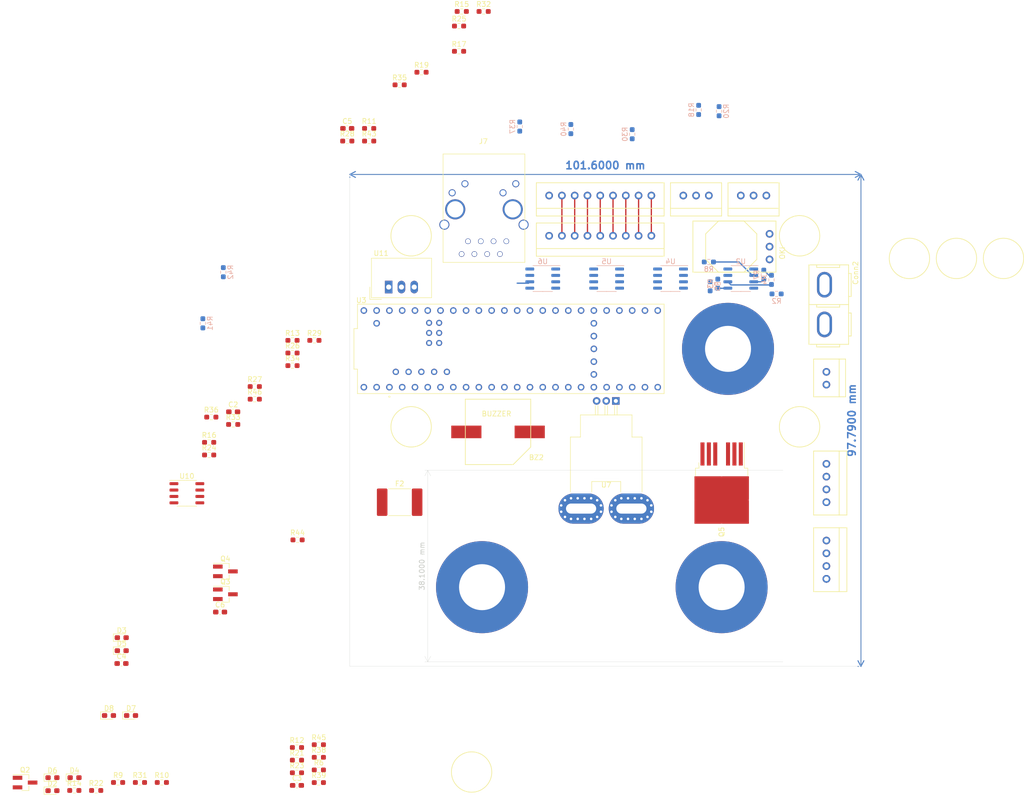
<source format=kicad_pcb>
(kicad_pcb (version 20211014) (generator pcbnew)
  (layers (0 "F.Cu" signal) (31 "B.Cu" signal) (34 "B.Paste" user) (35 "F.Paste" user) (36 "B.SilkS" user "B.Silkscreen") (37 "F.SilkS" user "F.Silkscreen") (38 "B.Mask" user) (39 "F.Mask" user) (44 "Edge.Cuts" user))
  (net 0 "")
  (net 1 "+5V")
  (net 2 "Net-(BZ2-Pad2)")
  (net 3 "Net-(C2-Pad1)")
  (net 4 "GND")
  (net 5 "Net-(C3-Pad1)")
  (net 6 "+3.3V")
  (net 7 "Net-(C6-Pad1)")
  (net 8 "Net-(Conn2-Pad2)")
  (net 9 "Net-(D2-Pad1)")
  (net 10 "Net-(D2-Pad2)")
  (net 11 "Net-(D3-Pad1)")
  (net 12 "Net-(D4-Pad2)")
  (net 13 "Net-(D5-Pad2)")
  (net 14 "Net-(D6-Pad2)")
  (net 15 "Net-(D7-Pad2)")
  (net 16 "Net-(D8-Pad1)")
  (net 17 "PACK_OUT")
  (net 18 "Net-(F2-Pad2)")
  (net 19 "LCD_TX")
  (net 20 "Net-(J3-Pad2)")
  (net 21 "cell8")
  (net 22 "cell7")
  (net 23 "call6")
  (net 24 "cell5")
  (net 25 "cell4")
  (net 26 "cell3")
  (net 27 "cell2")
  (net 28 "cell1")
  (net 30 "LED")
  (net 32 "T+")
  (net 33 "T-")
  (net 35 "R+")
  (net 36 "R-")
  (net 37 "Net-(J9-Pad1)")
  (net 38 "GATE")
  (net 39 "Net-(J9-Pad3)")
  (net 40 "Net-(Q2-Pad1)")
  (net 41 "Net-(Q3-Pad1)")
  (net 42 "LOGIC_SWITCH")
  (net 43 "Net-(Q4-Pad3)")
  (net 44 "Net-(R2-Pad1)")
  (net 45 "Net-(R4-Pad2)")
  (net 46 "Cell8-SENSE")
  (net 47 "Net-(R6-Pad1)")
  (net 48 "Net-(R8-Pad2)")
  (net 49 "Cell7-SENSE")
  (net 50 "Net-(R10-Pad1)")
  (net 51 "Net-(R12-Pad2)")
  (net 52 "Cell6-SENSE")
  (net 53 "Net-(R14-Pad1)")
  (net 54 "Net-(R15-Pad1)")
  (net 55 "Net-(R16-Pad1)")
  (net 56 "Net-(R19-Pad2)")
  (net 57 "Cell5-SENSE")
  (net 58 "Net-(R21-Pad1)")
  (net 59 "Net-(R23-Pad2)")
  (net 60 "Cell4-SENSE")
  (net 61 "ERR_LED")
  (net 62 "Net-(R29-Pad1)")
  (net 63 "Net-(R31-Pad2)")
  (net 64 "Cell3-SENSE")
  (net 65 "Net-(R35-Pad1)")
  (net 66 "Net-(R37-Pad2)")
  (net 67 "Cell2-SENSE")
  (net 68 "Net-(R39-Pad1)")
  (net 69 "Net-(R41-Pad2)")
  (net 70 "Cell1-SENSE")
  (net 88 "CURRENT_SENSE")
  (footprint "Capacitor_SMD:C_0603_1608Metric_Pad1.08x0.95mm_HandSolder" (layer "F.Cu") (at 43.262 151.444)
    (fp_text reference "C4")
    (fp_text value "1uF")
  )
  (footprint "Capacitor_SMD:C_0603_1608Metric_Pad1.08x0.95mm_HandSolder" (layer "F.Cu") (at 65.465 101.413)
    (fp_text reference "C2")
    (fp_text value "22uF")
  )
  (footprint "LED_SMD:LED_0603_1608Metric_Pad1.05x0.95mm_HandSolder" (layer "F.Cu") (at 40.777 161.784)
    (fp_text reference "D8")
    (fp_text value "Pack")
  )
  (footprint "Resistor_SMD:R_0603_1608Metric_Pad0.98x0.95mm_HandSolder" (layer "F.Cu") (at 82.492 167.584)
    (fp_text reference "R45")
    (fp_text value "4k")
  )
  (footprint "Resistor_SMD:R_0603_1608Metric_Pad0.98x0.95mm_HandSolder" (layer "F.Cu") (at 82.492 175.114)
    (fp_text reference "R39")
    (fp_text value "36.5k")
  )
  (footprint "Resistor_SMD:R_0603_1608Metric_Pad0.98x0.95mm_HandSolder" (layer "F.Cu") (at 82.492 170.094)
    (fp_text reference "R38")
    (fp_text value "36.5k")
  )
  (footprint "Resistor_SMD:R_0603_1608Metric_Pad0.98x0.95mm_HandSolder" (layer "F.Cu") (at 42.582 175.094)
    (fp_text reference "R9")
    (fp_text value "36.5k")
  )
  (footprint "MRDT_Connectors:MOLEX_SL_02_Vertical" (layer "F.Cu") (at 183.388 93.472 -90)
    (fp_text reference "J4" hide)
    (fp_text value "Conn_01x02")
  )
  (footprint "MRDT_Connectors:MOLEX_SL_04_Vertical" (layer "F.Cu") (at 183.388 111.76 -90)
    (fp_text reference "J9" hide)
    (fp_text value "Conn_01x04")
  )
  (footprint "Resistor_SMD:R_0603_1608Metric_Pad0.98x0.95mm_HandSolder" (layer "F.Cu") (at 77.255 87.213)
    (fp_text reference "R13")
    (fp_text value "36.5k")
  )
  (footprint "MRDT_Drill_Holes:4_40_Hole" (layer "F.Cu") (at 178.054 66.421)
    (fp_text reference "H7" hide)
    (fp_text value "MountingHole" hide)
  )
  (footprint "Fuse:Fuse_2920_7451Metric_Pad2.10x5.45mm_HandSolder" (layer "F.Cu") (at 98.552 119.38)
    (fp_text reference "F2")
    (fp_text value "Polyfuse")
  )
  (footprint "Resistor_SMD:R_0603_1608Metric_Pad0.98x0.95mm_HandSolder" (layer "F.Cu") (at 78.142 168.144)
    (fp_text reference "R12")
    (fp_text value "46.4k")
  )
  (footprint "Capacitor_SMD:C_0603_1608Metric_Pad1.08x0.95mm_HandSolder" (layer "F.Cu") (at 78.142 175.674)
    (fp_text reference "C3")
    (fp_text value "10uF")
  )
  (footprint "Resistor_SMD:R_0603_1608Metric_Pad0.98x0.95mm_HandSolder" (layer "F.Cu") (at 92.492 47.589)
    (fp_text reference "R43")
    (fp_text value "4.7k")
  )
  (footprint "Converter_DCDC:Converter_DCDC_TRACO_TSR-1_THT" (layer "F.Cu") (at 96.3735 76.6125)
    (fp_text reference "U11")
    (fp_text value "TSR_1-2450")
  )
  (footprint "Resistor_SMD:R_0603_1608Metric_Pad0.98x0.95mm_HandSolder" (layer "F.Cu") (at 61.115 102.463)
    (fp_text reference "R36")
    (fp_text value "46.4k")
  )
  (footprint "MRDT_Connectors:MOLEX_SL_09_Vertical" (layer "F.Cu") (at 148.59 66.421 180)
    (fp_text reference "J5" hide)
    (fp_text value "Conn_01x09")
  )
  (footprint "MRDT_Connectors:RJ45_Teensy" (layer "F.Cu") (at 115.191 48.1625 180)
    (fp_text reference "J7")
    (fp_text value "RJ45_LED_Shielded")
  )
  (footprint "MRDT_Drill_Holes:BATT_PWR_VIA" (layer "F.Cu") (at 114.935 136.271)
    (fp_text reference "V3" hide)
    (fp_text value "BATT_PWR_VIA" hide)
  )
  (footprint "Resistor_SMD:R_0603_1608Metric_Pad0.98x0.95mm_HandSolder" (layer "F.Cu") (at 78.142 173.164)
    (fp_text reference "R23")
    (fp_text value "46.4k")
  )
  (footprint "Resistor_SMD:R_0603_1608Metric_Pad0.98x0.95mm_HandSolder" (layer "F.Cu") (at 102.902 33.909)
    (fp_text reference "R19")
    (fp_text value "46.4k")
  )
  (footprint "Package_TO_SOT_SMD:SOT-23_Handsoldering" (layer "F.Cu") (at 63.912 137.684)
    (fp_text reference "Q3")
    (fp_text value "Q_NMOS_DGS")
  )
  (footprint "MRDT_Connectors:MOLEX_SL_04_Vertical" (layer "F.Cu") (at 183.388 127 -90)
    (fp_text reference "U8" hide)
    (fp_text value "BMS_Logic_Switch")
  )
  (footprint "MRDT_Shields:Teensy_4_1" (layer "F.Cu") (at 120.65 88.9)
    (fp_text reference "U3")
    (fp_text value "Teensy4.1_DEV-16771")
  )
  (footprint "Resistor_SMD:R_0603_1608Metric_Pad0.98x0.95mm_HandSolder" (layer "F.Cu") (at 81.605 87.213)
    (fp_text reference "R29")
    (fp_text value "36.5k")
  )
  (footprint "MRDT_Connectors:MOLEX_SL_03_Vertical" (layer "F.Cu") (at 171.45 58.42 180)
    (fp_text reference "J2" hide)
    (fp_text value "Conn_01x03")
  )
  (footprint "Resistor_SMD:R_0603_1608Metric_Pad0.98x0.95mm_HandSolder" (layer "F.Cu") (at 110.902 21.829)
    (fp_text reference "R15")
    (fp_text value "820")
  )
  (footprint "MRDT_Drill_Holes:4_40_Hole_Corner" (layer "F.Cu") (at 214.582 74.93)
    (fp_text reference "H4" hide)
    (fp_text value "MountingHole" hide)
  )
  (footprint "Resistor_SMD:R_0603_1608Metric_Pad0.98x0.95mm_HandSolder" (layer "F.Cu") (at 110.362 29.749)
    (fp_text reference "R17")
    (fp_text value "100K")
  )
  (footprint "Resistor_SMD:R_0603_1608Metric_Pad0.98x0.95mm_HandSolder" (layer "F.Cu") (at 60.685 109.993)
    (fp_text reference "R24")
    (fp_text value "36.5k")
  )
  (footprint "Resistor_SMD:R_0603_1608Metric_Pad0.98x0.95mm_HandSolder" (layer "F.Cu") (at 92.492 45.079)
    (fp_text reference "R11")
    (fp_text value "46.4k")
  )
  (footprint "Resistor_SMD:R_0603_1608Metric_Pad0.98x0.95mm_HandSolder" (layer "F.Cu") (at 38.232 176.684)
    (fp_text reference "R22")
    (fp_text value "46.4k")
  )
  (footprint "Resistor_SMD:R_0603_1608Metric_Pad0.98x0.95mm_HandSolder" (layer "F.Cu") (at 65.465 103.923)
    (fp_text reference "R33")
    (fp_text value "4.7k")
  )
  (footprint "MRDT_Drill_Holes:4_40_Hole_Corner" (layer "F.Cu") (at 205.232 74.93)
    (fp_text reference "H2" hide)
    (fp_text value "MountingHole" hide)
  )
  (footprint "MRDT_Drill_Holes:BATT_PWR_VIA" (layer "F.Cu") (at 162.56 136.271)
    (fp_text reference "V2" hide)
    (fp_text value "BATT_GND_VIA" hide)
  )
  (footprint "MRDT_Drill_Holes:4_40_Hole_Corner" (layer "F.Cu") (at 108.8503 177.0267)
    (fp_text reference "H5" hide)
    (fp_text value "MountingHole" hide)
  )
  (footprint "MRDT_Drill_Holes:4_40_Hole" (layer "F.Cu") (at 100.838 66.421)
    (fp_text reference "H7" hide)
    (fp_text value "MountingHole" hide)
  )
  (footprint "MRDT_Actives:IRLS3034_TO-263-7_P" (layer "F.Cu") (at 166.37 109.22 -90)
    (fp_text reference "Q5")
    (fp_text value "Q_NMOS_GDS")
  )
  (footprint "MRDT_Connectors:MOLEX_SL_03_Vertical" (layer "F.Cu") (at 160.02 58.42 180)
    (fp_text reference "J3" hide)
    (fp_text value "Conn_01x03")
  )
  (footprint "Resistor_SMD:R_0603_1608Metric_Pad0.98x0.95mm_HandSolder" (layer "F.Cu") (at 77.255 92.233)
    (fp_text reference "R34")
    (fp_text value "4.7k")
  )
  (footprint "MRDT_Devices:OKI_Horizontal" (layer "F.Cu") (at 172.085 66.04 -90)
    (fp_text reference "U9" hide)
    (fp_text value "OKI")
  )
  (footprint "Package_TO_SOT_SMD:SOT-23_Handsoldering" (layer "F.Cu") (at 63.912 133.134)
    (fp_text reference "Q4")
    (fp_text value "Q_NMOS_DGS")
  )
  (footprint "Resistor_SMD:R_0603_1608Metric_Pad0.98x0.95mm_HandSolder" (layer "F.Cu") (at 51.282 175.094)
    (fp_text reference "R10")
    (fp_text value "36.5k")
  )
  (footprint "Resistor_SMD:R_0603_1608Metric_Pad0.98x0.95mm_HandSolder" (layer "F.Cu") (at 78.262 126.874)
    (fp_text reference "R44")
    (fp_text value "10k")
  )
  (footprint "MRDT_Drill_Holes:BATT_PWR_VIA" (layer "F.Cu") (at 163.83 88.9)
    (fp_text reference "V4" hide)
    (fp_text value "BMS_OUT_VIA" hide)
  )
  (footprint "Resistor_SMD:R_0603_1608Metric_Pad0.98x0.95mm_HandSolder" (layer "F.Cu") (at 82.492 172.604)
    (fp_text reference "R6")
    (fp_text value "36.5k")
  )
  (footprint "LED_SMD:LED_0603_1608Metric_Pad1.05x0.95mm_HandSolder" (layer "F.Cu") (at 33.927 174.134)
    (fp_text reference "D4")
    (fp_text value "ERR")
  )
  (footprint "MRDT_Drill_Holes:4_40_Hole_Corner" (layer "F.Cu") (at 195.882 74.93)
    (fp_text reference "H3" hide)
    (fp_text value "MountingHole" hide)
  )
  (footprint "MRDT_Devices:BUZZER_SMI_1324_TW_5V_2_R" (layer "F.Cu") (at 111.61 105.41)
    (fp_text reference "BZ2")
    (fp_text value "Buzzer")
  )
  (footprint "Resistor_SMD:R_0603_1608Metric_Pad0.98x0.95mm_HandSolder" (layer "F.Cu") (at 33.882 176.684)
    (fp_text reference "R14")
    (fp_text value "36.5k")
  )
  (footprint "MRDT_Drill_Holes:4_40_Hole" (layer "F.Cu") (at 100.838 104.394)
    (fp_text reference "H6" hide)
    (fp_text value "MountingHole" hide)
  )
  (footprint "Package_SO:SO-8_3.9x4.9mm_P1.27mm" (layer "F.Cu") (at 56.261 117.602)
    (fp_text reference "U10")
    (fp_text value "LT1910")
  )
  (footprint "Resistor_SMD:R_0603_1608Metric_Pad0.98x0.95mm_HandSolder" (layer "F.Cu") (at 60.685 107.483)
    (fp_text reference "R16")
    (fp_text value "10k")
  )
  (footprint "MRDT_Connectors:Square_Anderson_2_V_Side_By_Side" (layer "F.Cu") (at 182.88 80.01 90)
    (fp_text reference "Conn2")
    (fp_text value "AndersonPP")
  )
  (footprint "LED_SMD:LED_0603_1608Metric_Pad1.05x0.95mm_HandSolder" (layer "F.Cu") (at 29.537 174.134)
    (fp_text reference "D6")
    (fp_text value "5V")
  )
  (footprint "Sensor_Current:Allegro_CB_PFF" (layer "F.Cu") (at 141.53 99.25 180)
    (fp_text reference "U7")
    (fp_text value "ACS758xCB-200B-PFF")
  )
  (footprint "Resistor_SMD:R_0603_1608Metric_Pad0.98x0.95mm_HandSolder" (layer "F.Cu") (at 110.362 24.729)
    (fp_text reference "R25")
    (fp_text value "100")
  )
  (footprint "Resistor_SMD:R_0603_1608Metric_Pad0.98x0.95mm_HandSolder" (layer "F.Cu") (at 77.255 89.723)
    (fp_text reference "R26")
    (fp_text value "3k")
  )
  (footprint "Resistor_SMD:R_0603_1608Metric_Pad0.98x0.95mm_HandSolder" (layer "F.Cu") (at 98.552 36.419)
    (fp_text reference "R35")
    (fp_text value "36.5k")
  )
  (footprint "LED_SMD:LED_0603_1608Metric_Pad1.05x0.95mm_HandSolder" (layer "F.Cu") (at 43.307 146.304)
    (fp_text reference "D3")
    (fp_text value "Buzzer")
  )
  (footprint "MRDT_Drill_Holes:4_40_Hole" (layer "F.Cu") (at 178.054 104.394)
    (fp_text reference "H7" hide)
    (fp_text value "MountingHole" hide)
  )
  (footprint "LED_SMD:LED_0603_1608Metric_Pad1.05x0.95mm_HandSolder" (layer "F.Cu") (at 45.167 161.784)
    (fp_text reference "D7")
    (fp_text value "3V3")
  )
  (footprint "MRDT_Connectors:MOLEX_SL_09_Vertical" (layer "F.Cu") (at 148.59 58.42 180)
    (fp_text reference "J6" hide)
    (fp_text value "Conn_01x09")
  )
  (footprint "Package_TO_SOT_SMD:SOT-23_Handsoldering" (layer "F.Cu") (at 24.092 175.114)
    (fp_text reference "Q2")
    (fp_text value "Q_NMOS_DGS")
  )
  (footprint "Capacitor_SMD:C_0603_1608Metric_Pad1.08x0.95mm_HandSolder" (layer "F.Cu") (at 88.142 45.079)
    (fp_text reference "C5")
    (fp_text value "10uF")
  )
  (footprint "LED_SMD:LED_0603_1608Metric_Pad1.05x0.95mm_HandSolder" (layer "F.Cu") (at 43.307 148.894)
    (fp_text reference "D5")
    (fp_text value "PACK_OUT")
  )
  (footprint "Resistor_SMD:R_0603_1608Metric_Pad0.98x0.95mm_HandSolder" (layer "F.Cu") (at 46.932 175.094)
    (fp_text reference "R31")
    (fp_text value "46.4k")
  )
  (footprint "Resistor_SMD:R_0603_1608Metric_Pad0.98x0.95mm_HandSolder" (layer "F.Cu") (at 78.142 170.654)
    (fp_text reference "R21")
    (fp_text value "36.5k")
  )
  (footprint "LED_SMD:LED_0603_1608Metric_Pad1.05x0.95mm_HandSolder" (layer "F.Cu") (at 29.537 176.724)
    (fp_text reference "D2")
    (fp_text value "Fan")
  )
  (footprint "Resistor_SMD:R_0603_1608Metric_Pad0.98x0.95mm_HandSolder" (layer "F.Cu") (at 115.252 21.829)
    (fp_text reference "R32")
    (fp_text value "36.5k")
  )
  (footprint "Capacitor_SMD:C_0603_1608Metric_Pad1.08x0.95mm_HandSolder" (layer "F.Cu") (at 62.862 141.214)
    (fp_text reference "C6")
    (fp_text value "0.1uF")
  )
  (footprint "Resistor_SMD:R_0603_1608Metric_Pad0.98x0.95mm_HandSolder" (layer "F.Cu") (at 69.755 96.393)
    (fp_text reference "R27")
    (fp_text value "300")
  )
  (footprint "Resistor_SMD:R_0603_1608Metric_Pad0.98x0.95mm_HandSolder" (layer "F.Cu") (at 88.142 47.589)
    (fp_text reference "R28")
    (fp_text value "100")
  )
  (footprint "Resistor_SMD:R_0603_1608Metric_Pad0.98x0.95mm_HandSolder" (layer "F.Cu") (at 69.755 98.903)
    (fp_text reference "R46")
    (fp_text value "10k")
  )
  (footprint "Resistor_SMD:R_0603_1608Metric_Pad0.98x0.95mm_HandSolder" (layer "B.Cu") (at 170.942 74.168 -90)
    (fp_text reference "R7")
    (fp_text value "46.4k")
  )
  (footprint "Resistor_SMD:R_0603_1608Metric_Pad0.98x0.95mm_HandSolder" (layer "B.Cu") (at 160.274 76.454 90)
    (fp_text reference "R5")
    (fp_text value "36.5k")
  )
  (footprint "Resistor_SMD:R_0603_1608Metric_Pad0.98x0.95mm_HandSolder" (layer "B.Cu") (at 161.798 75.946 -90)
    (fp_text reference "R3")
    (fp_text value "46.4k")
  )
  (footprint "Resistor_SMD:R_0603_1608Metric_Pad0.98x0.95mm_HandSolder" (layer "B.Cu") (at 162.052 41.656 90)
    (fp_text reference "R20")
    (fp_text value "36.5k")
  )
  (footprint "Resistor_SMD:R_0603_1608Metric_Pad0.98x0.95mm_HandSolder" (layer "B.Cu") (at 63.5 73.66 90)
    (fp_text reference "R42")
    (fp_text value "36.5k")
  )
  (footprint "Resistor_SMD:R_0603_1608Metric_Pad0.98x0.95mm_HandSolder" (layer "B.Cu") (at 160.02 71.628)
    (fp_text reference "R8")
    (fp_text value "46.4k")
  )
  (footprint "Resistor_SMD:R_0603_1608Metric_Pad0.98x0.95mm_HandSolder" (layer "B.Cu") (at 132.588 45.212 -90)
    (fp_text reference "R40")
    (fp_text value "46.4k")
  )
  (footprint "Package_SO:SO-8_3.9x4.9mm_P1.27mm" (layer "B.Cu") (at 127 74.93 180)
    (fp_text reference "U6")
    (fp_text value "Opamp_Dual")
  )
  (footprint "Resistor_SMD:R_0603_1608Metric_Pad0.98x0.95mm_HandSolder" (layer "B.Cu") (at 59.436 83.82 90)
    (fp_text reference "R41")
    (fp_text value "46.4k")
  )
  (footprint "Resistor_SMD:R_0603_1608Metric_Pad0.98x0.95mm_HandSolder" (layer "B.Cu") (at 122.428 44.704 -90)
    (fp_text reference "R37")
    (fp_text value "46.4k")
  )
  (footprint "Resistor_SMD:R_0603_1608Metric_Pad0.98x0.95mm_HandSolder" (layer "B.Cu") (at 157.988 41.402 -90)
    (fp_text reference "R18")
    (fp_text value "46.4k")
  )
  (footprint "Resistor_SMD:R_0603_1608Metric_Pad0.98x0.95mm_HandSolder" (layer "B.Cu") (at 144.78 46.228 -90)
    (fp_text reference "R30")
    (fp_text value "46.4k")
  )
  (footprint "Resistor_SMD:R_0603_1608Metric_Pad0.98x0.95mm_HandSolder" (layer "B.Cu") (at 172.466 75.184 -90)
    (fp_text reference "R4")
    (fp_text value "46.4k")
  )
  (footprint "Package_SO:SO-8_3.9x4.9mm_P1.27mm" (layer "B.Cu") (at 152.4 74.93 180)
    (fp_text reference "U4")
    (fp_text value "Opamp_Dual")
  )
  (footprint "Package_SO:SO-8_3.9x4.9mm_P1.27mm" (layer "B.Cu") (at 139.7 74.93 180)
    (fp_text reference "U5")
    (fp_text value "Opamp_Dual")
  )
  (footprint "Resistor_SMD:R_0603_1608Metric_Pad0.98x0.95mm_HandSolder" (layer "B.Cu") (at 173.482 77.978)
    (fp_text reference "R2")
    (fp_text value "36.5k")
  )
  (footprint "Package_SO:SO-8_3.9x4.9mm_P1.27mm" (layer "B.Cu") (at 166.37 74.93 180)
    (fp_text reference "U2")
    (fp_text value "Opamp_Dual")
  )
  (gr_line (start 190.246 54.229) (end 190.246 152.019) (layer "Edge.Cuts") (width 0.05))
  (gr_line (start 190.246 152.019) (end 88.646 152.019) (layer "Edge.Cuts") (width 0.05))
  (gr_line (start 88.646 152.019) (end 88.646 54.229) (layer "Edge.Cuts") (width 0.05))
  (gr_line (start 88.646 54.229) (end 190.246 54.229) (layer "Edge.Cuts") (width 0.05))
  (dimension (type aligned) (layer "B.Cu") (pts (xy 190.246 54.229) (xy 88.646 54.229)) (height 0) (gr_text "4000.0000 mils" (at 139.446 52.429) (layer "B.Cu") (effects (font (size 1.5 1.5) (thickness 0.3)))) (format (units 3) (units_format 1) (precision 4)) (style (thickness 0.2) (arrow_length 1.27) (text_position_mode 0) (extension_height 0.58642) (extension_offset 0.5) keep_text_aligned))
  (dimension (type aligned) (layer "B.Cu") (pts (xy 190.246 152.019) (xy 190.246 54.229)) (height 0) (gr_text "3850.0000 mils" (at 188.446 103.124 90) (layer "B.Cu") (effects (font (size 1.5 1.5) (thickness 0.3)))) (format (units 3) (units_format 1) (precision 4)) (style (thickness 0.2) (arrow_length 1.27) (text_position_mode 0) (extension_height 0.58642) (extension_offset 0.5) keep_text_aligned))
  (dimension (type aligned) (layer "Edge.Cuts") (pts (xy 175.26 151.13) (xy 175.26 113.03)) (height -71.12) (gr_text "1500.0000 mils" (at 102.99 132.08 90) (layer "Edge.Cuts") (effects (font (size 1 1) (thickness 0.15)))) (format (units 3) (units_format 1) (precision 4)) (style (thickness 0.05) (arrow_length 1.27) (text_position_mode 0) (extension_height 0.58642) (extension_offset 0.5) keep_text_aligned))
  (segment (start 148.59 58.42) (end 148.59 66.421) (width 0.254) (layer "F.Cu") (net 21))
  (segment (start 146.05 58.42) (end 146.05 66.421) (width 0.254) (layer "F.Cu") (net 22))
  (segment (start 172.466 74.2715) (end 171.958 74.2715) (width 0.254) (layer "B.Cu") (net 22))
  (segment (start 171.958 74.2715) (end 170.942 73.2555) (width 0.254) (layer "B.Cu") (net 22))
  (segment (start 143.51 58.42) (end 143.51 66.421) (width 0.254) (layer "F.Cu") (net 23))
  (segment (start 140.97 58.42) (end 140.97 66.421) (width 0.254) (layer "F.Cu") (net 24))
  (segment (start 138.43 58.42) (end 138.43 66.421) (width 0.254) (layer "F.Cu") (net 25))
  (segment (start 135.89 58.42) (end 135.89 66.421) (width 0.254) (layer "F.Cu") (net 26))
  (segment (start 133.35 58.42) (end 133.35 66.421) (width 0.254) (layer "F.Cu") (net 27))
  (segment (start 130.81 58.42) (end 130.81 66.421) (width 0.254) (layer "F.Cu") (net 28))
  (segment (start 163.7715 76.8585) (end 163.795 76.835) (width 0.254) (layer "B.Cu") (net 44))
  (segment (start 161.798 76.8585) (end 163.7715 76.8585) (width 0.254) (layer "B.Cu") (net 44))
  (segment (start 172.466 76.0965) (end 172.3705 76.192) (width 0.254) (layer "B.Cu") (net 45))
  (segment (start 164.422 76.192) (end 163.795 75.565) (width 0.254) (layer "B.Cu") (net 45))
  (segment (start 172.3705 76.192) (end 164.422 76.192) (width 0.254) (layer "B.Cu") (net 45))
  (segment (start 168.945 75.565) (end 170.4575 75.565) (width 0.254) (layer "B.Cu") (net 47))
  (segment (start 170.4575 75.565) (end 170.942 75.0805) (width 0.254) (layer "B.Cu") (net 47))
  (segment (start 168.66542 74.295) (end 165.99842 71.628) (width 0.254) (layer "B.Cu") (net 48))
  (segment (start 168.945 74.295) (end 168.66542 74.295) (width 0.254) (layer "B.Cu") (net 48))
  (segment (start 165.99842 71.628) (end 160.9325 71.628) (width 0.254) (layer "B.Cu") (net 48))
  (segment (start 121.92 75.8425) (end 124.1475 75.8425) (width 0.254) (layer "B.Cu") (net 66))
  (segment (start 124.1475 75.8425) (end 124.425 75.565) (width 0.254) (layer "B.Cu") (net 66))
)
</source>
